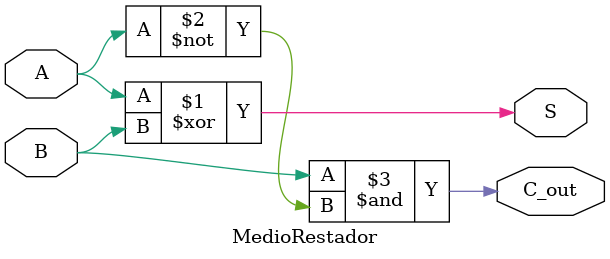
<source format=v>
/*
 * Generated by Digital. Don't modify this file!
 * Any changes will be lost if this file is regenerated.
 */

module MedioRestador (
  input A,
  input B,
  output S,
  output C_out
);
  assign S = (A ^ B);
  assign C_out = (B & ~ A);
endmodule

</source>
